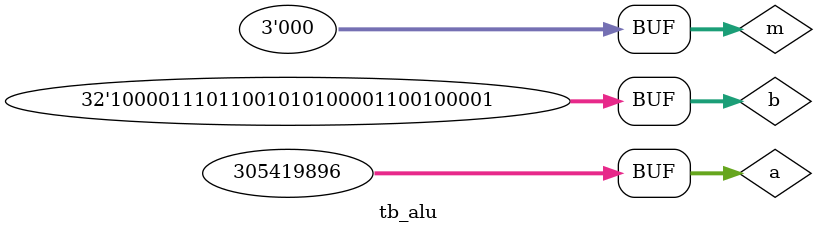
<source format=v>
`timescale 1ns / 1ps

//~ `New testbench
`timescale  1ns / 1ps  

module tb_alu;

// alu Parameters      
parameter WIDTH  = 32;


// alu Inputs
reg   [WIDTH-1:0]  a                       = 0 ;
reg   [WIDTH-1:0]  b                       = 0 ;
reg   [2:0]  m                             = 0 ;

// alu Outputs
wire  [WIDTH-1:0]  y                       ;
wire  zf                                   ;
wire  cf                                   ;
wire  of                                   ;


alu   u_alu (
    .a                       ( a   [WIDTH-1:0] ),
    .b                       ( b   [WIDTH-1:0] ),
    .m                       ( m   [2:0]       ),

    .y                       ( y   [WIDTH-1:0] ),
    .zf                      ( zf              ),
    .cf                      ( cf              ),
    .of                      ( of              )
);

initial
begin
       m=3'b000;a=32'h7FFF_FFFF;b=32'h7FFF_FFFF;//�����?
    #5 m=3'b000;a=32'hFFFF_FFFF;b=32'h8000_0000;//�����?
    #5 m=3'b000;a=32'hFFFF_FFFF;b=32'h0000_0001;//0
    #5 m=3'b000;a=32'hFFFF_FFFF;b=32'hFFFF_FFFF;//�����ӷ�
    #5 m=3'b001;a=32'h7FFF_FFFF;b=32'h8000_0000;//�����?
    #5 m=3'b001;a=32'h8000_0000;b=32'h7FFF_FFFF;//�����?
    #5 m=3'b001;a=32'h0000_0001;b=32'h0000_0002;//������λ
    #5 m=3'b001;a=32'hFFFF_FFFF;b=32'hFFFF_FFFF;//0
    #5 m=3'b010;a=32'h1234_5678;b=32'h8765_4321;
    #5 m=3'b010;a=32'hA5A5_A5A5;b=32'h5A5A_5A5A;
    #5 m=3'b010;a=32'hAAAA_AAAA;b=32'hAAAA_AAAA;
    #5 m=3'b010;a=32'hAAAA_AAAA;b=32'h5555_5555;
    #5 m=3'b011;a=32'h1234_5678;b=32'h8765_4321;
    #5 m=3'b011;a=32'hA5A5_A5A5;b=32'h5A5A_5A5A;
    #5 m=3'b011;a=32'hAAAA_AAAA;b=32'hAAAA_AAAA;
    #5 m=3'b011;a=32'hAAAA_AAAA;b=32'h5555_5555;
    #5 m=3'b100;a=32'hAAAA_AAAA;b=32'hAAAA_AAAA;
    #5 m=3'b100;a=32'hAAAA_AAAA;b=32'h5555_5555;
    #5 m=3'b100;a=32'h1234_5678;b=32'h8765_4321;
    #5 m=3'b100;a=32'hA5A5_A5A5;b=32'h5A5A_5A5A;
    #5  m=3'b000;a=32'h1234_5678;b=32'h8765_4321;

end

endmodule
</source>
